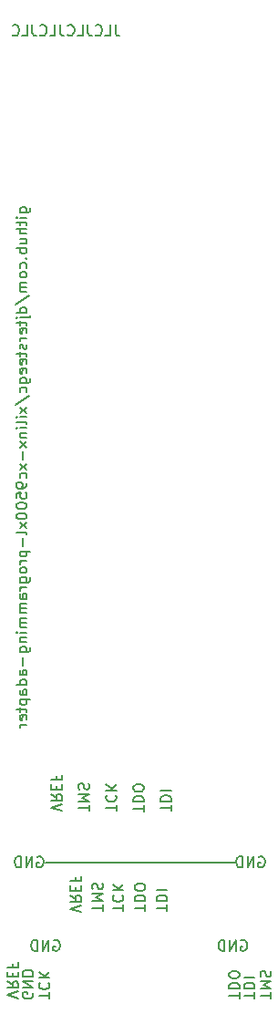
<source format=gbr>
%TF.GenerationSoftware,KiCad,Pcbnew,7.0.11*%
%TF.CreationDate,2024-03-10T23:57:51-05:00*%
%TF.ProjectId,XGECU-QFP44-Adapter,58474543-552d-4514-9650-34342d416461,rev?*%
%TF.SameCoordinates,Original*%
%TF.FileFunction,Legend,Bot*%
%TF.FilePolarity,Positive*%
%FSLAX46Y46*%
G04 Gerber Fmt 4.6, Leading zero omitted, Abs format (unit mm)*
G04 Created by KiCad (PCBNEW 7.0.11) date 2024-03-10 23:57:51*
%MOMM*%
%LPD*%
G01*
G04 APERTURE LIST*
%ADD10C,0.150000*%
%ADD11C,0.200000*%
G04 APERTURE END LIST*
D10*
X135038180Y-129854077D02*
X135038180Y-129282649D01*
X134038180Y-129568363D02*
X135038180Y-129568363D01*
X134133419Y-128377887D02*
X134085800Y-128425506D01*
X134085800Y-128425506D02*
X134038180Y-128568363D01*
X134038180Y-128568363D02*
X134038180Y-128663601D01*
X134038180Y-128663601D02*
X134085800Y-128806458D01*
X134085800Y-128806458D02*
X134181038Y-128901696D01*
X134181038Y-128901696D02*
X134276276Y-128949315D01*
X134276276Y-128949315D02*
X134466752Y-128996934D01*
X134466752Y-128996934D02*
X134609609Y-128996934D01*
X134609609Y-128996934D02*
X134800085Y-128949315D01*
X134800085Y-128949315D02*
X134895323Y-128901696D01*
X134895323Y-128901696D02*
X134990561Y-128806458D01*
X134990561Y-128806458D02*
X135038180Y-128663601D01*
X135038180Y-128663601D02*
X135038180Y-128568363D01*
X135038180Y-128568363D02*
X134990561Y-128425506D01*
X134990561Y-128425506D02*
X134942942Y-128377887D01*
X134038180Y-127949315D02*
X135038180Y-127949315D01*
X134038180Y-127377887D02*
X134609609Y-127806458D01*
X135038180Y-127377887D02*
X134466752Y-127949315D01*
X128397000Y-134620000D02*
X146050000Y-134620000D01*
X132498180Y-129854077D02*
X132498180Y-129282649D01*
X131498180Y-129568363D02*
X132498180Y-129568363D01*
X131498180Y-128949315D02*
X132498180Y-128949315D01*
X132498180Y-128949315D02*
X131783895Y-128615982D01*
X131783895Y-128615982D02*
X132498180Y-128282649D01*
X132498180Y-128282649D02*
X131498180Y-128282649D01*
X131545800Y-127854077D02*
X131498180Y-127711220D01*
X131498180Y-127711220D02*
X131498180Y-127473125D01*
X131498180Y-127473125D02*
X131545800Y-127377887D01*
X131545800Y-127377887D02*
X131593419Y-127330268D01*
X131593419Y-127330268D02*
X131688657Y-127282649D01*
X131688657Y-127282649D02*
X131783895Y-127282649D01*
X131783895Y-127282649D02*
X131879133Y-127330268D01*
X131879133Y-127330268D02*
X131926752Y-127377887D01*
X131926752Y-127377887D02*
X131974371Y-127473125D01*
X131974371Y-127473125D02*
X132021990Y-127663601D01*
X132021990Y-127663601D02*
X132069609Y-127758839D01*
X132069609Y-127758839D02*
X132117228Y-127806458D01*
X132117228Y-127806458D02*
X132212466Y-127854077D01*
X132212466Y-127854077D02*
X132307704Y-127854077D01*
X132307704Y-127854077D02*
X132402942Y-127806458D01*
X132402942Y-127806458D02*
X132450561Y-127758839D01*
X132450561Y-127758839D02*
X132498180Y-127663601D01*
X132498180Y-127663601D02*
X132498180Y-127425506D01*
X132498180Y-127425506D02*
X132450561Y-127282649D01*
X129958180Y-129854077D02*
X128958180Y-129520744D01*
X128958180Y-129520744D02*
X129958180Y-129187411D01*
X128958180Y-128282649D02*
X129434371Y-128615982D01*
X128958180Y-128854077D02*
X129958180Y-128854077D01*
X129958180Y-128854077D02*
X129958180Y-128473125D01*
X129958180Y-128473125D02*
X129910561Y-128377887D01*
X129910561Y-128377887D02*
X129862942Y-128330268D01*
X129862942Y-128330268D02*
X129767704Y-128282649D01*
X129767704Y-128282649D02*
X129624847Y-128282649D01*
X129624847Y-128282649D02*
X129529609Y-128330268D01*
X129529609Y-128330268D02*
X129481990Y-128377887D01*
X129481990Y-128377887D02*
X129434371Y-128473125D01*
X129434371Y-128473125D02*
X129434371Y-128854077D01*
X129481990Y-127854077D02*
X129481990Y-127520744D01*
X128958180Y-127377887D02*
X128958180Y-127854077D01*
X128958180Y-127854077D02*
X129958180Y-127854077D01*
X129958180Y-127854077D02*
X129958180Y-127377887D01*
X129481990Y-126615982D02*
X129481990Y-126949315D01*
X128958180Y-126949315D02*
X129958180Y-126949315D01*
X129958180Y-126949315D02*
X129958180Y-126473125D01*
X134921048Y-56858819D02*
X134921048Y-57573104D01*
X134921048Y-57573104D02*
X134968667Y-57715961D01*
X134968667Y-57715961D02*
X135063905Y-57811200D01*
X135063905Y-57811200D02*
X135206762Y-57858819D01*
X135206762Y-57858819D02*
X135302000Y-57858819D01*
X133968667Y-57858819D02*
X134444857Y-57858819D01*
X134444857Y-57858819D02*
X134444857Y-56858819D01*
X133063905Y-57763580D02*
X133111524Y-57811200D01*
X133111524Y-57811200D02*
X133254381Y-57858819D01*
X133254381Y-57858819D02*
X133349619Y-57858819D01*
X133349619Y-57858819D02*
X133492476Y-57811200D01*
X133492476Y-57811200D02*
X133587714Y-57715961D01*
X133587714Y-57715961D02*
X133635333Y-57620723D01*
X133635333Y-57620723D02*
X133682952Y-57430247D01*
X133682952Y-57430247D02*
X133682952Y-57287390D01*
X133682952Y-57287390D02*
X133635333Y-57096914D01*
X133635333Y-57096914D02*
X133587714Y-57001676D01*
X133587714Y-57001676D02*
X133492476Y-56906438D01*
X133492476Y-56906438D02*
X133349619Y-56858819D01*
X133349619Y-56858819D02*
X133254381Y-56858819D01*
X133254381Y-56858819D02*
X133111524Y-56906438D01*
X133111524Y-56906438D02*
X133063905Y-56954057D01*
X132349619Y-56858819D02*
X132349619Y-57573104D01*
X132349619Y-57573104D02*
X132397238Y-57715961D01*
X132397238Y-57715961D02*
X132492476Y-57811200D01*
X132492476Y-57811200D02*
X132635333Y-57858819D01*
X132635333Y-57858819D02*
X132730571Y-57858819D01*
X131397238Y-57858819D02*
X131873428Y-57858819D01*
X131873428Y-57858819D02*
X131873428Y-56858819D01*
X130492476Y-57763580D02*
X130540095Y-57811200D01*
X130540095Y-57811200D02*
X130682952Y-57858819D01*
X130682952Y-57858819D02*
X130778190Y-57858819D01*
X130778190Y-57858819D02*
X130921047Y-57811200D01*
X130921047Y-57811200D02*
X131016285Y-57715961D01*
X131016285Y-57715961D02*
X131063904Y-57620723D01*
X131063904Y-57620723D02*
X131111523Y-57430247D01*
X131111523Y-57430247D02*
X131111523Y-57287390D01*
X131111523Y-57287390D02*
X131063904Y-57096914D01*
X131063904Y-57096914D02*
X131016285Y-57001676D01*
X131016285Y-57001676D02*
X130921047Y-56906438D01*
X130921047Y-56906438D02*
X130778190Y-56858819D01*
X130778190Y-56858819D02*
X130682952Y-56858819D01*
X130682952Y-56858819D02*
X130540095Y-56906438D01*
X130540095Y-56906438D02*
X130492476Y-56954057D01*
X129778190Y-56858819D02*
X129778190Y-57573104D01*
X129778190Y-57573104D02*
X129825809Y-57715961D01*
X129825809Y-57715961D02*
X129921047Y-57811200D01*
X129921047Y-57811200D02*
X130063904Y-57858819D01*
X130063904Y-57858819D02*
X130159142Y-57858819D01*
X128825809Y-57858819D02*
X129301999Y-57858819D01*
X129301999Y-57858819D02*
X129301999Y-56858819D01*
X127921047Y-57763580D02*
X127968666Y-57811200D01*
X127968666Y-57811200D02*
X128111523Y-57858819D01*
X128111523Y-57858819D02*
X128206761Y-57858819D01*
X128206761Y-57858819D02*
X128349618Y-57811200D01*
X128349618Y-57811200D02*
X128444856Y-57715961D01*
X128444856Y-57715961D02*
X128492475Y-57620723D01*
X128492475Y-57620723D02*
X128540094Y-57430247D01*
X128540094Y-57430247D02*
X128540094Y-57287390D01*
X128540094Y-57287390D02*
X128492475Y-57096914D01*
X128492475Y-57096914D02*
X128444856Y-57001676D01*
X128444856Y-57001676D02*
X128349618Y-56906438D01*
X128349618Y-56906438D02*
X128206761Y-56858819D01*
X128206761Y-56858819D02*
X128111523Y-56858819D01*
X128111523Y-56858819D02*
X127968666Y-56906438D01*
X127968666Y-56906438D02*
X127921047Y-56954057D01*
X127206761Y-56858819D02*
X127206761Y-57573104D01*
X127206761Y-57573104D02*
X127254380Y-57715961D01*
X127254380Y-57715961D02*
X127349618Y-57811200D01*
X127349618Y-57811200D02*
X127492475Y-57858819D01*
X127492475Y-57858819D02*
X127587713Y-57858819D01*
X126254380Y-57858819D02*
X126730570Y-57858819D01*
X126730570Y-57858819D02*
X126730570Y-56858819D01*
X125349618Y-57763580D02*
X125397237Y-57811200D01*
X125397237Y-57811200D02*
X125540094Y-57858819D01*
X125540094Y-57858819D02*
X125635332Y-57858819D01*
X125635332Y-57858819D02*
X125778189Y-57811200D01*
X125778189Y-57811200D02*
X125873427Y-57715961D01*
X125873427Y-57715961D02*
X125921046Y-57620723D01*
X125921046Y-57620723D02*
X125968665Y-57430247D01*
X125968665Y-57430247D02*
X125968665Y-57287390D01*
X125968665Y-57287390D02*
X125921046Y-57096914D01*
X125921046Y-57096914D02*
X125873427Y-57001676D01*
X125873427Y-57001676D02*
X125778189Y-56906438D01*
X125778189Y-56906438D02*
X125635332Y-56858819D01*
X125635332Y-56858819D02*
X125540094Y-56858819D01*
X125540094Y-56858819D02*
X125397237Y-56906438D01*
X125397237Y-56906438D02*
X125349618Y-56954057D01*
X128815180Y-147253077D02*
X128815180Y-146681649D01*
X127815180Y-146967363D02*
X128815180Y-146967363D01*
X127910419Y-145776887D02*
X127862800Y-145824506D01*
X127862800Y-145824506D02*
X127815180Y-145967363D01*
X127815180Y-145967363D02*
X127815180Y-146062601D01*
X127815180Y-146062601D02*
X127862800Y-146205458D01*
X127862800Y-146205458D02*
X127958038Y-146300696D01*
X127958038Y-146300696D02*
X128053276Y-146348315D01*
X128053276Y-146348315D02*
X128243752Y-146395934D01*
X128243752Y-146395934D02*
X128386609Y-146395934D01*
X128386609Y-146395934D02*
X128577085Y-146348315D01*
X128577085Y-146348315D02*
X128672323Y-146300696D01*
X128672323Y-146300696D02*
X128767561Y-146205458D01*
X128767561Y-146205458D02*
X128815180Y-146062601D01*
X128815180Y-146062601D02*
X128815180Y-145967363D01*
X128815180Y-145967363D02*
X128767561Y-145824506D01*
X128767561Y-145824506D02*
X128719942Y-145776887D01*
X127815180Y-145348315D02*
X128815180Y-145348315D01*
X127815180Y-144776887D02*
X128386609Y-145205458D01*
X128815180Y-144776887D02*
X128243752Y-145348315D01*
X131736180Y-139252077D02*
X130736180Y-138918744D01*
X130736180Y-138918744D02*
X131736180Y-138585411D01*
X130736180Y-137680649D02*
X131212371Y-138013982D01*
X130736180Y-138252077D02*
X131736180Y-138252077D01*
X131736180Y-138252077D02*
X131736180Y-137871125D01*
X131736180Y-137871125D02*
X131688561Y-137775887D01*
X131688561Y-137775887D02*
X131640942Y-137728268D01*
X131640942Y-137728268D02*
X131545704Y-137680649D01*
X131545704Y-137680649D02*
X131402847Y-137680649D01*
X131402847Y-137680649D02*
X131307609Y-137728268D01*
X131307609Y-137728268D02*
X131259990Y-137775887D01*
X131259990Y-137775887D02*
X131212371Y-137871125D01*
X131212371Y-137871125D02*
X131212371Y-138252077D01*
X131259990Y-137252077D02*
X131259990Y-136918744D01*
X130736180Y-136775887D02*
X130736180Y-137252077D01*
X130736180Y-137252077D02*
X131736180Y-137252077D01*
X131736180Y-137252077D02*
X131736180Y-136775887D01*
X131259990Y-136013982D02*
X131259990Y-136347315D01*
X130736180Y-136347315D02*
X131736180Y-136347315D01*
X131736180Y-136347315D02*
X131736180Y-135871125D01*
X135673180Y-139125077D02*
X135673180Y-138553649D01*
X134673180Y-138839363D02*
X135673180Y-138839363D01*
X134768419Y-137648887D02*
X134720800Y-137696506D01*
X134720800Y-137696506D02*
X134673180Y-137839363D01*
X134673180Y-137839363D02*
X134673180Y-137934601D01*
X134673180Y-137934601D02*
X134720800Y-138077458D01*
X134720800Y-138077458D02*
X134816038Y-138172696D01*
X134816038Y-138172696D02*
X134911276Y-138220315D01*
X134911276Y-138220315D02*
X135101752Y-138267934D01*
X135101752Y-138267934D02*
X135244609Y-138267934D01*
X135244609Y-138267934D02*
X135435085Y-138220315D01*
X135435085Y-138220315D02*
X135530323Y-138172696D01*
X135530323Y-138172696D02*
X135625561Y-138077458D01*
X135625561Y-138077458D02*
X135673180Y-137934601D01*
X135673180Y-137934601D02*
X135673180Y-137839363D01*
X135673180Y-137839363D02*
X135625561Y-137696506D01*
X135625561Y-137696506D02*
X135577942Y-137648887D01*
X134673180Y-137220315D02*
X135673180Y-137220315D01*
X134673180Y-136648887D02*
X135244609Y-137077458D01*
X135673180Y-136648887D02*
X135101752Y-137220315D01*
X137705180Y-139125077D02*
X137705180Y-138553649D01*
X136705180Y-138839363D02*
X137705180Y-138839363D01*
X136705180Y-138220315D02*
X137705180Y-138220315D01*
X137705180Y-138220315D02*
X137705180Y-137982220D01*
X137705180Y-137982220D02*
X137657561Y-137839363D01*
X137657561Y-137839363D02*
X137562323Y-137744125D01*
X137562323Y-137744125D02*
X137467085Y-137696506D01*
X137467085Y-137696506D02*
X137276609Y-137648887D01*
X137276609Y-137648887D02*
X137133752Y-137648887D01*
X137133752Y-137648887D02*
X136943276Y-137696506D01*
X136943276Y-137696506D02*
X136848038Y-137744125D01*
X136848038Y-137744125D02*
X136752800Y-137839363D01*
X136752800Y-137839363D02*
X136705180Y-137982220D01*
X136705180Y-137982220D02*
X136705180Y-138220315D01*
X137705180Y-137029839D02*
X137705180Y-136839363D01*
X137705180Y-136839363D02*
X137657561Y-136744125D01*
X137657561Y-136744125D02*
X137562323Y-136648887D01*
X137562323Y-136648887D02*
X137371847Y-136601268D01*
X137371847Y-136601268D02*
X137038514Y-136601268D01*
X137038514Y-136601268D02*
X136848038Y-136648887D01*
X136848038Y-136648887D02*
X136752800Y-136744125D01*
X136752800Y-136744125D02*
X136705180Y-136839363D01*
X136705180Y-136839363D02*
X136705180Y-137029839D01*
X136705180Y-137029839D02*
X136752800Y-137125077D01*
X136752800Y-137125077D02*
X136848038Y-137220315D01*
X136848038Y-137220315D02*
X137038514Y-137267934D01*
X137038514Y-137267934D02*
X137371847Y-137267934D01*
X137371847Y-137267934D02*
X137562323Y-137220315D01*
X137562323Y-137220315D02*
X137657561Y-137125077D01*
X137657561Y-137125077D02*
X137705180Y-137029839D01*
X129187411Y-141869438D02*
X129282649Y-141821819D01*
X129282649Y-141821819D02*
X129425506Y-141821819D01*
X129425506Y-141821819D02*
X129568363Y-141869438D01*
X129568363Y-141869438D02*
X129663601Y-141964676D01*
X129663601Y-141964676D02*
X129711220Y-142059914D01*
X129711220Y-142059914D02*
X129758839Y-142250390D01*
X129758839Y-142250390D02*
X129758839Y-142393247D01*
X129758839Y-142393247D02*
X129711220Y-142583723D01*
X129711220Y-142583723D02*
X129663601Y-142678961D01*
X129663601Y-142678961D02*
X129568363Y-142774200D01*
X129568363Y-142774200D02*
X129425506Y-142821819D01*
X129425506Y-142821819D02*
X129330268Y-142821819D01*
X129330268Y-142821819D02*
X129187411Y-142774200D01*
X129187411Y-142774200D02*
X129139792Y-142726580D01*
X129139792Y-142726580D02*
X129139792Y-142393247D01*
X129139792Y-142393247D02*
X129330268Y-142393247D01*
X128711220Y-142821819D02*
X128711220Y-141821819D01*
X128711220Y-141821819D02*
X128139792Y-142821819D01*
X128139792Y-142821819D02*
X128139792Y-141821819D01*
X127663601Y-142821819D02*
X127663601Y-141821819D01*
X127663601Y-141821819D02*
X127425506Y-141821819D01*
X127425506Y-141821819D02*
X127282649Y-141869438D01*
X127282649Y-141869438D02*
X127187411Y-141964676D01*
X127187411Y-141964676D02*
X127139792Y-142059914D01*
X127139792Y-142059914D02*
X127092173Y-142250390D01*
X127092173Y-142250390D02*
X127092173Y-142393247D01*
X127092173Y-142393247D02*
X127139792Y-142583723D01*
X127139792Y-142583723D02*
X127187411Y-142678961D01*
X127187411Y-142678961D02*
X127282649Y-142774200D01*
X127282649Y-142774200D02*
X127425506Y-142821819D01*
X127425506Y-142821819D02*
X127663601Y-142821819D01*
X127663411Y-134122438D02*
X127758649Y-134074819D01*
X127758649Y-134074819D02*
X127901506Y-134074819D01*
X127901506Y-134074819D02*
X128044363Y-134122438D01*
X128044363Y-134122438D02*
X128139601Y-134217676D01*
X128139601Y-134217676D02*
X128187220Y-134312914D01*
X128187220Y-134312914D02*
X128234839Y-134503390D01*
X128234839Y-134503390D02*
X128234839Y-134646247D01*
X128234839Y-134646247D02*
X128187220Y-134836723D01*
X128187220Y-134836723D02*
X128139601Y-134931961D01*
X128139601Y-134931961D02*
X128044363Y-135027200D01*
X128044363Y-135027200D02*
X127901506Y-135074819D01*
X127901506Y-135074819D02*
X127806268Y-135074819D01*
X127806268Y-135074819D02*
X127663411Y-135027200D01*
X127663411Y-135027200D02*
X127615792Y-134979580D01*
X127615792Y-134979580D02*
X127615792Y-134646247D01*
X127615792Y-134646247D02*
X127806268Y-134646247D01*
X127187220Y-135074819D02*
X127187220Y-134074819D01*
X127187220Y-134074819D02*
X126615792Y-135074819D01*
X126615792Y-135074819D02*
X126615792Y-134074819D01*
X126139601Y-135074819D02*
X126139601Y-134074819D01*
X126139601Y-134074819D02*
X125901506Y-134074819D01*
X125901506Y-134074819D02*
X125758649Y-134122438D01*
X125758649Y-134122438D02*
X125663411Y-134217676D01*
X125663411Y-134217676D02*
X125615792Y-134312914D01*
X125615792Y-134312914D02*
X125568173Y-134503390D01*
X125568173Y-134503390D02*
X125568173Y-134646247D01*
X125568173Y-134646247D02*
X125615792Y-134836723D01*
X125615792Y-134836723D02*
X125663411Y-134931961D01*
X125663411Y-134931961D02*
X125758649Y-135027200D01*
X125758649Y-135027200D02*
X125901506Y-135074819D01*
X125901506Y-135074819D02*
X126139601Y-135074819D01*
X137578180Y-129906077D02*
X137578180Y-129334649D01*
X136578180Y-129620363D02*
X137578180Y-129620363D01*
X136578180Y-129001315D02*
X137578180Y-129001315D01*
X137578180Y-129001315D02*
X137578180Y-128763220D01*
X137578180Y-128763220D02*
X137530561Y-128620363D01*
X137530561Y-128620363D02*
X137435323Y-128525125D01*
X137435323Y-128525125D02*
X137340085Y-128477506D01*
X137340085Y-128477506D02*
X137149609Y-128429887D01*
X137149609Y-128429887D02*
X137006752Y-128429887D01*
X137006752Y-128429887D02*
X136816276Y-128477506D01*
X136816276Y-128477506D02*
X136721038Y-128525125D01*
X136721038Y-128525125D02*
X136625800Y-128620363D01*
X136625800Y-128620363D02*
X136578180Y-128763220D01*
X136578180Y-128763220D02*
X136578180Y-129001315D01*
X137578180Y-127810839D02*
X137578180Y-127620363D01*
X137578180Y-127620363D02*
X137530561Y-127525125D01*
X137530561Y-127525125D02*
X137435323Y-127429887D01*
X137435323Y-127429887D02*
X137244847Y-127382268D01*
X137244847Y-127382268D02*
X136911514Y-127382268D01*
X136911514Y-127382268D02*
X136721038Y-127429887D01*
X136721038Y-127429887D02*
X136625800Y-127525125D01*
X136625800Y-127525125D02*
X136578180Y-127620363D01*
X136578180Y-127620363D02*
X136578180Y-127810839D01*
X136578180Y-127810839D02*
X136625800Y-127906077D01*
X136625800Y-127906077D02*
X136721038Y-128001315D01*
X136721038Y-128001315D02*
X136911514Y-128048934D01*
X136911514Y-128048934D02*
X137244847Y-128048934D01*
X137244847Y-128048934D02*
X137435323Y-128001315D01*
X137435323Y-128001315D02*
X137530561Y-127906077D01*
X137530561Y-127906077D02*
X137578180Y-127810839D01*
X140118180Y-129854077D02*
X140118180Y-129282649D01*
X139118180Y-129568363D02*
X140118180Y-129568363D01*
X139118180Y-128949315D02*
X140118180Y-128949315D01*
X140118180Y-128949315D02*
X140118180Y-128711220D01*
X140118180Y-128711220D02*
X140070561Y-128568363D01*
X140070561Y-128568363D02*
X139975323Y-128473125D01*
X139975323Y-128473125D02*
X139880085Y-128425506D01*
X139880085Y-128425506D02*
X139689609Y-128377887D01*
X139689609Y-128377887D02*
X139546752Y-128377887D01*
X139546752Y-128377887D02*
X139356276Y-128425506D01*
X139356276Y-128425506D02*
X139261038Y-128473125D01*
X139261038Y-128473125D02*
X139165800Y-128568363D01*
X139165800Y-128568363D02*
X139118180Y-128711220D01*
X139118180Y-128711220D02*
X139118180Y-128949315D01*
X139118180Y-127949315D02*
X140118180Y-127949315D01*
X125894180Y-147253077D02*
X124894180Y-146919744D01*
X124894180Y-146919744D02*
X125894180Y-146586411D01*
X124894180Y-145681649D02*
X125370371Y-146014982D01*
X124894180Y-146253077D02*
X125894180Y-146253077D01*
X125894180Y-146253077D02*
X125894180Y-145872125D01*
X125894180Y-145872125D02*
X125846561Y-145776887D01*
X125846561Y-145776887D02*
X125798942Y-145729268D01*
X125798942Y-145729268D02*
X125703704Y-145681649D01*
X125703704Y-145681649D02*
X125560847Y-145681649D01*
X125560847Y-145681649D02*
X125465609Y-145729268D01*
X125465609Y-145729268D02*
X125417990Y-145776887D01*
X125417990Y-145776887D02*
X125370371Y-145872125D01*
X125370371Y-145872125D02*
X125370371Y-146253077D01*
X125417990Y-145253077D02*
X125417990Y-144919744D01*
X124894180Y-144776887D02*
X124894180Y-145253077D01*
X124894180Y-145253077D02*
X125894180Y-145253077D01*
X125894180Y-145253077D02*
X125894180Y-144776887D01*
X125417990Y-144014982D02*
X125417990Y-144348315D01*
X124894180Y-144348315D02*
X125894180Y-144348315D01*
X125894180Y-144348315D02*
X125894180Y-143872125D01*
X133768180Y-139125077D02*
X133768180Y-138553649D01*
X132768180Y-138839363D02*
X133768180Y-138839363D01*
X132768180Y-138220315D02*
X133768180Y-138220315D01*
X133768180Y-138220315D02*
X133053895Y-137886982D01*
X133053895Y-137886982D02*
X133768180Y-137553649D01*
X133768180Y-137553649D02*
X132768180Y-137553649D01*
X132815800Y-137125077D02*
X132768180Y-136982220D01*
X132768180Y-136982220D02*
X132768180Y-136744125D01*
X132768180Y-136744125D02*
X132815800Y-136648887D01*
X132815800Y-136648887D02*
X132863419Y-136601268D01*
X132863419Y-136601268D02*
X132958657Y-136553649D01*
X132958657Y-136553649D02*
X133053895Y-136553649D01*
X133053895Y-136553649D02*
X133149133Y-136601268D01*
X133149133Y-136601268D02*
X133196752Y-136648887D01*
X133196752Y-136648887D02*
X133244371Y-136744125D01*
X133244371Y-136744125D02*
X133291990Y-136934601D01*
X133291990Y-136934601D02*
X133339609Y-137029839D01*
X133339609Y-137029839D02*
X133387228Y-137077458D01*
X133387228Y-137077458D02*
X133482466Y-137125077D01*
X133482466Y-137125077D02*
X133577704Y-137125077D01*
X133577704Y-137125077D02*
X133672942Y-137077458D01*
X133672942Y-137077458D02*
X133720561Y-137029839D01*
X133720561Y-137029839D02*
X133768180Y-136934601D01*
X133768180Y-136934601D02*
X133768180Y-136696506D01*
X133768180Y-136696506D02*
X133720561Y-136553649D01*
X146586411Y-141869438D02*
X146681649Y-141821819D01*
X146681649Y-141821819D02*
X146824506Y-141821819D01*
X146824506Y-141821819D02*
X146967363Y-141869438D01*
X146967363Y-141869438D02*
X147062601Y-141964676D01*
X147062601Y-141964676D02*
X147110220Y-142059914D01*
X147110220Y-142059914D02*
X147157839Y-142250390D01*
X147157839Y-142250390D02*
X147157839Y-142393247D01*
X147157839Y-142393247D02*
X147110220Y-142583723D01*
X147110220Y-142583723D02*
X147062601Y-142678961D01*
X147062601Y-142678961D02*
X146967363Y-142774200D01*
X146967363Y-142774200D02*
X146824506Y-142821819D01*
X146824506Y-142821819D02*
X146729268Y-142821819D01*
X146729268Y-142821819D02*
X146586411Y-142774200D01*
X146586411Y-142774200D02*
X146538792Y-142726580D01*
X146538792Y-142726580D02*
X146538792Y-142393247D01*
X146538792Y-142393247D02*
X146729268Y-142393247D01*
X146110220Y-142821819D02*
X146110220Y-141821819D01*
X146110220Y-141821819D02*
X145538792Y-142821819D01*
X145538792Y-142821819D02*
X145538792Y-141821819D01*
X145062601Y-142821819D02*
X145062601Y-141821819D01*
X145062601Y-141821819D02*
X144824506Y-141821819D01*
X144824506Y-141821819D02*
X144681649Y-141869438D01*
X144681649Y-141869438D02*
X144586411Y-141964676D01*
X144586411Y-141964676D02*
X144538792Y-142059914D01*
X144538792Y-142059914D02*
X144491173Y-142250390D01*
X144491173Y-142250390D02*
X144491173Y-142393247D01*
X144491173Y-142393247D02*
X144538792Y-142583723D01*
X144538792Y-142583723D02*
X144586411Y-142678961D01*
X144586411Y-142678961D02*
X144681649Y-142774200D01*
X144681649Y-142774200D02*
X144824506Y-142821819D01*
X144824506Y-142821819D02*
X145062601Y-142821819D01*
D11*
X126023552Y-74274141D02*
X126833076Y-74274141D01*
X126833076Y-74274141D02*
X126928314Y-74226522D01*
X126928314Y-74226522D02*
X126975933Y-74178903D01*
X126975933Y-74178903D02*
X127023552Y-74083665D01*
X127023552Y-74083665D02*
X127023552Y-73940808D01*
X127023552Y-73940808D02*
X126975933Y-73845570D01*
X126642600Y-74274141D02*
X126690219Y-74178903D01*
X126690219Y-74178903D02*
X126690219Y-73988427D01*
X126690219Y-73988427D02*
X126642600Y-73893189D01*
X126642600Y-73893189D02*
X126594980Y-73845570D01*
X126594980Y-73845570D02*
X126499742Y-73797951D01*
X126499742Y-73797951D02*
X126214028Y-73797951D01*
X126214028Y-73797951D02*
X126118790Y-73845570D01*
X126118790Y-73845570D02*
X126071171Y-73893189D01*
X126071171Y-73893189D02*
X126023552Y-73988427D01*
X126023552Y-73988427D02*
X126023552Y-74178903D01*
X126023552Y-74178903D02*
X126071171Y-74274141D01*
X126690219Y-74750332D02*
X126023552Y-74750332D01*
X125690219Y-74750332D02*
X125737838Y-74702713D01*
X125737838Y-74702713D02*
X125785457Y-74750332D01*
X125785457Y-74750332D02*
X125737838Y-74797951D01*
X125737838Y-74797951D02*
X125690219Y-74750332D01*
X125690219Y-74750332D02*
X125785457Y-74750332D01*
X126023552Y-75083665D02*
X126023552Y-75464617D01*
X125690219Y-75226522D02*
X126547361Y-75226522D01*
X126547361Y-75226522D02*
X126642600Y-75274141D01*
X126642600Y-75274141D02*
X126690219Y-75369379D01*
X126690219Y-75369379D02*
X126690219Y-75464617D01*
X126690219Y-75797951D02*
X125690219Y-75797951D01*
X126690219Y-76226522D02*
X126166409Y-76226522D01*
X126166409Y-76226522D02*
X126071171Y-76178903D01*
X126071171Y-76178903D02*
X126023552Y-76083665D01*
X126023552Y-76083665D02*
X126023552Y-75940808D01*
X126023552Y-75940808D02*
X126071171Y-75845570D01*
X126071171Y-75845570D02*
X126118790Y-75797951D01*
X126023552Y-77131284D02*
X126690219Y-77131284D01*
X126023552Y-76702713D02*
X126547361Y-76702713D01*
X126547361Y-76702713D02*
X126642600Y-76750332D01*
X126642600Y-76750332D02*
X126690219Y-76845570D01*
X126690219Y-76845570D02*
X126690219Y-76988427D01*
X126690219Y-76988427D02*
X126642600Y-77083665D01*
X126642600Y-77083665D02*
X126594980Y-77131284D01*
X126690219Y-77607475D02*
X125690219Y-77607475D01*
X126071171Y-77607475D02*
X126023552Y-77702713D01*
X126023552Y-77702713D02*
X126023552Y-77893189D01*
X126023552Y-77893189D02*
X126071171Y-77988427D01*
X126071171Y-77988427D02*
X126118790Y-78036046D01*
X126118790Y-78036046D02*
X126214028Y-78083665D01*
X126214028Y-78083665D02*
X126499742Y-78083665D01*
X126499742Y-78083665D02*
X126594980Y-78036046D01*
X126594980Y-78036046D02*
X126642600Y-77988427D01*
X126642600Y-77988427D02*
X126690219Y-77893189D01*
X126690219Y-77893189D02*
X126690219Y-77702713D01*
X126690219Y-77702713D02*
X126642600Y-77607475D01*
X126594980Y-78512237D02*
X126642600Y-78559856D01*
X126642600Y-78559856D02*
X126690219Y-78512237D01*
X126690219Y-78512237D02*
X126642600Y-78464618D01*
X126642600Y-78464618D02*
X126594980Y-78512237D01*
X126594980Y-78512237D02*
X126690219Y-78512237D01*
X126642600Y-79416998D02*
X126690219Y-79321760D01*
X126690219Y-79321760D02*
X126690219Y-79131284D01*
X126690219Y-79131284D02*
X126642600Y-79036046D01*
X126642600Y-79036046D02*
X126594980Y-78988427D01*
X126594980Y-78988427D02*
X126499742Y-78940808D01*
X126499742Y-78940808D02*
X126214028Y-78940808D01*
X126214028Y-78940808D02*
X126118790Y-78988427D01*
X126118790Y-78988427D02*
X126071171Y-79036046D01*
X126071171Y-79036046D02*
X126023552Y-79131284D01*
X126023552Y-79131284D02*
X126023552Y-79321760D01*
X126023552Y-79321760D02*
X126071171Y-79416998D01*
X126690219Y-79988427D02*
X126642600Y-79893189D01*
X126642600Y-79893189D02*
X126594980Y-79845570D01*
X126594980Y-79845570D02*
X126499742Y-79797951D01*
X126499742Y-79797951D02*
X126214028Y-79797951D01*
X126214028Y-79797951D02*
X126118790Y-79845570D01*
X126118790Y-79845570D02*
X126071171Y-79893189D01*
X126071171Y-79893189D02*
X126023552Y-79988427D01*
X126023552Y-79988427D02*
X126023552Y-80131284D01*
X126023552Y-80131284D02*
X126071171Y-80226522D01*
X126071171Y-80226522D02*
X126118790Y-80274141D01*
X126118790Y-80274141D02*
X126214028Y-80321760D01*
X126214028Y-80321760D02*
X126499742Y-80321760D01*
X126499742Y-80321760D02*
X126594980Y-80274141D01*
X126594980Y-80274141D02*
X126642600Y-80226522D01*
X126642600Y-80226522D02*
X126690219Y-80131284D01*
X126690219Y-80131284D02*
X126690219Y-79988427D01*
X126690219Y-80750332D02*
X126023552Y-80750332D01*
X126118790Y-80750332D02*
X126071171Y-80797951D01*
X126071171Y-80797951D02*
X126023552Y-80893189D01*
X126023552Y-80893189D02*
X126023552Y-81036046D01*
X126023552Y-81036046D02*
X126071171Y-81131284D01*
X126071171Y-81131284D02*
X126166409Y-81178903D01*
X126166409Y-81178903D02*
X126690219Y-81178903D01*
X126166409Y-81178903D02*
X126071171Y-81226522D01*
X126071171Y-81226522D02*
X126023552Y-81321760D01*
X126023552Y-81321760D02*
X126023552Y-81464617D01*
X126023552Y-81464617D02*
X126071171Y-81559856D01*
X126071171Y-81559856D02*
X126166409Y-81607475D01*
X126166409Y-81607475D02*
X126690219Y-81607475D01*
X125642600Y-82797950D02*
X126928314Y-81940808D01*
X126690219Y-83559855D02*
X125690219Y-83559855D01*
X126642600Y-83559855D02*
X126690219Y-83464617D01*
X126690219Y-83464617D02*
X126690219Y-83274141D01*
X126690219Y-83274141D02*
X126642600Y-83178903D01*
X126642600Y-83178903D02*
X126594980Y-83131284D01*
X126594980Y-83131284D02*
X126499742Y-83083665D01*
X126499742Y-83083665D02*
X126214028Y-83083665D01*
X126214028Y-83083665D02*
X126118790Y-83131284D01*
X126118790Y-83131284D02*
X126071171Y-83178903D01*
X126071171Y-83178903D02*
X126023552Y-83274141D01*
X126023552Y-83274141D02*
X126023552Y-83464617D01*
X126023552Y-83464617D02*
X126071171Y-83559855D01*
X126023552Y-84036046D02*
X126880695Y-84036046D01*
X126880695Y-84036046D02*
X126975933Y-83988427D01*
X126975933Y-83988427D02*
X127023552Y-83893189D01*
X127023552Y-83893189D02*
X127023552Y-83845570D01*
X125690219Y-84036046D02*
X125737838Y-83988427D01*
X125737838Y-83988427D02*
X125785457Y-84036046D01*
X125785457Y-84036046D02*
X125737838Y-84083665D01*
X125737838Y-84083665D02*
X125690219Y-84036046D01*
X125690219Y-84036046D02*
X125785457Y-84036046D01*
X126023552Y-84369379D02*
X126023552Y-84750331D01*
X125690219Y-84512236D02*
X126547361Y-84512236D01*
X126547361Y-84512236D02*
X126642600Y-84559855D01*
X126642600Y-84559855D02*
X126690219Y-84655093D01*
X126690219Y-84655093D02*
X126690219Y-84750331D01*
X126642600Y-85464617D02*
X126690219Y-85369379D01*
X126690219Y-85369379D02*
X126690219Y-85178903D01*
X126690219Y-85178903D02*
X126642600Y-85083665D01*
X126642600Y-85083665D02*
X126547361Y-85036046D01*
X126547361Y-85036046D02*
X126166409Y-85036046D01*
X126166409Y-85036046D02*
X126071171Y-85083665D01*
X126071171Y-85083665D02*
X126023552Y-85178903D01*
X126023552Y-85178903D02*
X126023552Y-85369379D01*
X126023552Y-85369379D02*
X126071171Y-85464617D01*
X126071171Y-85464617D02*
X126166409Y-85512236D01*
X126166409Y-85512236D02*
X126261647Y-85512236D01*
X126261647Y-85512236D02*
X126356885Y-85036046D01*
X126690219Y-85940808D02*
X126023552Y-85940808D01*
X126214028Y-85940808D02*
X126118790Y-85988427D01*
X126118790Y-85988427D02*
X126071171Y-86036046D01*
X126071171Y-86036046D02*
X126023552Y-86131284D01*
X126023552Y-86131284D02*
X126023552Y-86226522D01*
X126642600Y-86512237D02*
X126690219Y-86607475D01*
X126690219Y-86607475D02*
X126690219Y-86797951D01*
X126690219Y-86797951D02*
X126642600Y-86893189D01*
X126642600Y-86893189D02*
X126547361Y-86940808D01*
X126547361Y-86940808D02*
X126499742Y-86940808D01*
X126499742Y-86940808D02*
X126404504Y-86893189D01*
X126404504Y-86893189D02*
X126356885Y-86797951D01*
X126356885Y-86797951D02*
X126356885Y-86655094D01*
X126356885Y-86655094D02*
X126309266Y-86559856D01*
X126309266Y-86559856D02*
X126214028Y-86512237D01*
X126214028Y-86512237D02*
X126166409Y-86512237D01*
X126166409Y-86512237D02*
X126071171Y-86559856D01*
X126071171Y-86559856D02*
X126023552Y-86655094D01*
X126023552Y-86655094D02*
X126023552Y-86797951D01*
X126023552Y-86797951D02*
X126071171Y-86893189D01*
X126023552Y-87226523D02*
X126023552Y-87607475D01*
X125690219Y-87369380D02*
X126547361Y-87369380D01*
X126547361Y-87369380D02*
X126642600Y-87416999D01*
X126642600Y-87416999D02*
X126690219Y-87512237D01*
X126690219Y-87512237D02*
X126690219Y-87607475D01*
X126642600Y-88321761D02*
X126690219Y-88226523D01*
X126690219Y-88226523D02*
X126690219Y-88036047D01*
X126690219Y-88036047D02*
X126642600Y-87940809D01*
X126642600Y-87940809D02*
X126547361Y-87893190D01*
X126547361Y-87893190D02*
X126166409Y-87893190D01*
X126166409Y-87893190D02*
X126071171Y-87940809D01*
X126071171Y-87940809D02*
X126023552Y-88036047D01*
X126023552Y-88036047D02*
X126023552Y-88226523D01*
X126023552Y-88226523D02*
X126071171Y-88321761D01*
X126071171Y-88321761D02*
X126166409Y-88369380D01*
X126166409Y-88369380D02*
X126261647Y-88369380D01*
X126261647Y-88369380D02*
X126356885Y-87893190D01*
X126642600Y-89178904D02*
X126690219Y-89083666D01*
X126690219Y-89083666D02*
X126690219Y-88893190D01*
X126690219Y-88893190D02*
X126642600Y-88797952D01*
X126642600Y-88797952D02*
X126547361Y-88750333D01*
X126547361Y-88750333D02*
X126166409Y-88750333D01*
X126166409Y-88750333D02*
X126071171Y-88797952D01*
X126071171Y-88797952D02*
X126023552Y-88893190D01*
X126023552Y-88893190D02*
X126023552Y-89083666D01*
X126023552Y-89083666D02*
X126071171Y-89178904D01*
X126071171Y-89178904D02*
X126166409Y-89226523D01*
X126166409Y-89226523D02*
X126261647Y-89226523D01*
X126261647Y-89226523D02*
X126356885Y-88750333D01*
X126023552Y-90083666D02*
X126833076Y-90083666D01*
X126833076Y-90083666D02*
X126928314Y-90036047D01*
X126928314Y-90036047D02*
X126975933Y-89988428D01*
X126975933Y-89988428D02*
X127023552Y-89893190D01*
X127023552Y-89893190D02*
X127023552Y-89750333D01*
X127023552Y-89750333D02*
X126975933Y-89655095D01*
X126642600Y-90083666D02*
X126690219Y-89988428D01*
X126690219Y-89988428D02*
X126690219Y-89797952D01*
X126690219Y-89797952D02*
X126642600Y-89702714D01*
X126642600Y-89702714D02*
X126594980Y-89655095D01*
X126594980Y-89655095D02*
X126499742Y-89607476D01*
X126499742Y-89607476D02*
X126214028Y-89607476D01*
X126214028Y-89607476D02*
X126118790Y-89655095D01*
X126118790Y-89655095D02*
X126071171Y-89702714D01*
X126071171Y-89702714D02*
X126023552Y-89797952D01*
X126023552Y-89797952D02*
X126023552Y-89988428D01*
X126023552Y-89988428D02*
X126071171Y-90083666D01*
X126642600Y-90988428D02*
X126690219Y-90893190D01*
X126690219Y-90893190D02*
X126690219Y-90702714D01*
X126690219Y-90702714D02*
X126642600Y-90607476D01*
X126642600Y-90607476D02*
X126594980Y-90559857D01*
X126594980Y-90559857D02*
X126499742Y-90512238D01*
X126499742Y-90512238D02*
X126214028Y-90512238D01*
X126214028Y-90512238D02*
X126118790Y-90559857D01*
X126118790Y-90559857D02*
X126071171Y-90607476D01*
X126071171Y-90607476D02*
X126023552Y-90702714D01*
X126023552Y-90702714D02*
X126023552Y-90893190D01*
X126023552Y-90893190D02*
X126071171Y-90988428D01*
X125642600Y-92131285D02*
X126928314Y-91274143D01*
X126690219Y-92369381D02*
X126023552Y-92893190D01*
X126023552Y-92369381D02*
X126690219Y-92893190D01*
X126690219Y-93274143D02*
X126023552Y-93274143D01*
X125690219Y-93274143D02*
X125737838Y-93226524D01*
X125737838Y-93226524D02*
X125785457Y-93274143D01*
X125785457Y-93274143D02*
X125737838Y-93321762D01*
X125737838Y-93321762D02*
X125690219Y-93274143D01*
X125690219Y-93274143D02*
X125785457Y-93274143D01*
X126690219Y-93893190D02*
X126642600Y-93797952D01*
X126642600Y-93797952D02*
X126547361Y-93750333D01*
X126547361Y-93750333D02*
X125690219Y-93750333D01*
X126690219Y-94274143D02*
X126023552Y-94274143D01*
X125690219Y-94274143D02*
X125737838Y-94226524D01*
X125737838Y-94226524D02*
X125785457Y-94274143D01*
X125785457Y-94274143D02*
X125737838Y-94321762D01*
X125737838Y-94321762D02*
X125690219Y-94274143D01*
X125690219Y-94274143D02*
X125785457Y-94274143D01*
X126023552Y-94750333D02*
X126690219Y-94750333D01*
X126118790Y-94750333D02*
X126071171Y-94797952D01*
X126071171Y-94797952D02*
X126023552Y-94893190D01*
X126023552Y-94893190D02*
X126023552Y-95036047D01*
X126023552Y-95036047D02*
X126071171Y-95131285D01*
X126071171Y-95131285D02*
X126166409Y-95178904D01*
X126166409Y-95178904D02*
X126690219Y-95178904D01*
X126690219Y-95559857D02*
X126023552Y-96083666D01*
X126023552Y-95559857D02*
X126690219Y-96083666D01*
X126309266Y-96464619D02*
X126309266Y-97226524D01*
X126690219Y-97607476D02*
X126023552Y-98131285D01*
X126023552Y-97607476D02*
X126690219Y-98131285D01*
X126642600Y-98940809D02*
X126690219Y-98845571D01*
X126690219Y-98845571D02*
X126690219Y-98655095D01*
X126690219Y-98655095D02*
X126642600Y-98559857D01*
X126642600Y-98559857D02*
X126594980Y-98512238D01*
X126594980Y-98512238D02*
X126499742Y-98464619D01*
X126499742Y-98464619D02*
X126214028Y-98464619D01*
X126214028Y-98464619D02*
X126118790Y-98512238D01*
X126118790Y-98512238D02*
X126071171Y-98559857D01*
X126071171Y-98559857D02*
X126023552Y-98655095D01*
X126023552Y-98655095D02*
X126023552Y-98845571D01*
X126023552Y-98845571D02*
X126071171Y-98940809D01*
X126690219Y-99417000D02*
X126690219Y-99607476D01*
X126690219Y-99607476D02*
X126642600Y-99702714D01*
X126642600Y-99702714D02*
X126594980Y-99750333D01*
X126594980Y-99750333D02*
X126452123Y-99845571D01*
X126452123Y-99845571D02*
X126261647Y-99893190D01*
X126261647Y-99893190D02*
X125880695Y-99893190D01*
X125880695Y-99893190D02*
X125785457Y-99845571D01*
X125785457Y-99845571D02*
X125737838Y-99797952D01*
X125737838Y-99797952D02*
X125690219Y-99702714D01*
X125690219Y-99702714D02*
X125690219Y-99512238D01*
X125690219Y-99512238D02*
X125737838Y-99417000D01*
X125737838Y-99417000D02*
X125785457Y-99369381D01*
X125785457Y-99369381D02*
X125880695Y-99321762D01*
X125880695Y-99321762D02*
X126118790Y-99321762D01*
X126118790Y-99321762D02*
X126214028Y-99369381D01*
X126214028Y-99369381D02*
X126261647Y-99417000D01*
X126261647Y-99417000D02*
X126309266Y-99512238D01*
X126309266Y-99512238D02*
X126309266Y-99702714D01*
X126309266Y-99702714D02*
X126261647Y-99797952D01*
X126261647Y-99797952D02*
X126214028Y-99845571D01*
X126214028Y-99845571D02*
X126118790Y-99893190D01*
X125690219Y-100797952D02*
X125690219Y-100321762D01*
X125690219Y-100321762D02*
X126166409Y-100274143D01*
X126166409Y-100274143D02*
X126118790Y-100321762D01*
X126118790Y-100321762D02*
X126071171Y-100417000D01*
X126071171Y-100417000D02*
X126071171Y-100655095D01*
X126071171Y-100655095D02*
X126118790Y-100750333D01*
X126118790Y-100750333D02*
X126166409Y-100797952D01*
X126166409Y-100797952D02*
X126261647Y-100845571D01*
X126261647Y-100845571D02*
X126499742Y-100845571D01*
X126499742Y-100845571D02*
X126594980Y-100797952D01*
X126594980Y-100797952D02*
X126642600Y-100750333D01*
X126642600Y-100750333D02*
X126690219Y-100655095D01*
X126690219Y-100655095D02*
X126690219Y-100417000D01*
X126690219Y-100417000D02*
X126642600Y-100321762D01*
X126642600Y-100321762D02*
X126594980Y-100274143D01*
X125690219Y-101464619D02*
X125690219Y-101559857D01*
X125690219Y-101559857D02*
X125737838Y-101655095D01*
X125737838Y-101655095D02*
X125785457Y-101702714D01*
X125785457Y-101702714D02*
X125880695Y-101750333D01*
X125880695Y-101750333D02*
X126071171Y-101797952D01*
X126071171Y-101797952D02*
X126309266Y-101797952D01*
X126309266Y-101797952D02*
X126499742Y-101750333D01*
X126499742Y-101750333D02*
X126594980Y-101702714D01*
X126594980Y-101702714D02*
X126642600Y-101655095D01*
X126642600Y-101655095D02*
X126690219Y-101559857D01*
X126690219Y-101559857D02*
X126690219Y-101464619D01*
X126690219Y-101464619D02*
X126642600Y-101369381D01*
X126642600Y-101369381D02*
X126594980Y-101321762D01*
X126594980Y-101321762D02*
X126499742Y-101274143D01*
X126499742Y-101274143D02*
X126309266Y-101226524D01*
X126309266Y-101226524D02*
X126071171Y-101226524D01*
X126071171Y-101226524D02*
X125880695Y-101274143D01*
X125880695Y-101274143D02*
X125785457Y-101321762D01*
X125785457Y-101321762D02*
X125737838Y-101369381D01*
X125737838Y-101369381D02*
X125690219Y-101464619D01*
X125690219Y-102417000D02*
X125690219Y-102512238D01*
X125690219Y-102512238D02*
X125737838Y-102607476D01*
X125737838Y-102607476D02*
X125785457Y-102655095D01*
X125785457Y-102655095D02*
X125880695Y-102702714D01*
X125880695Y-102702714D02*
X126071171Y-102750333D01*
X126071171Y-102750333D02*
X126309266Y-102750333D01*
X126309266Y-102750333D02*
X126499742Y-102702714D01*
X126499742Y-102702714D02*
X126594980Y-102655095D01*
X126594980Y-102655095D02*
X126642600Y-102607476D01*
X126642600Y-102607476D02*
X126690219Y-102512238D01*
X126690219Y-102512238D02*
X126690219Y-102417000D01*
X126690219Y-102417000D02*
X126642600Y-102321762D01*
X126642600Y-102321762D02*
X126594980Y-102274143D01*
X126594980Y-102274143D02*
X126499742Y-102226524D01*
X126499742Y-102226524D02*
X126309266Y-102178905D01*
X126309266Y-102178905D02*
X126071171Y-102178905D01*
X126071171Y-102178905D02*
X125880695Y-102226524D01*
X125880695Y-102226524D02*
X125785457Y-102274143D01*
X125785457Y-102274143D02*
X125737838Y-102321762D01*
X125737838Y-102321762D02*
X125690219Y-102417000D01*
X126690219Y-103083667D02*
X126023552Y-103607476D01*
X126023552Y-103083667D02*
X126690219Y-103607476D01*
X126690219Y-104131286D02*
X126642600Y-104036048D01*
X126642600Y-104036048D02*
X126547361Y-103988429D01*
X126547361Y-103988429D02*
X125690219Y-103988429D01*
X126309266Y-104512239D02*
X126309266Y-105274144D01*
X126023552Y-105750334D02*
X127023552Y-105750334D01*
X126071171Y-105750334D02*
X126023552Y-105845572D01*
X126023552Y-105845572D02*
X126023552Y-106036048D01*
X126023552Y-106036048D02*
X126071171Y-106131286D01*
X126071171Y-106131286D02*
X126118790Y-106178905D01*
X126118790Y-106178905D02*
X126214028Y-106226524D01*
X126214028Y-106226524D02*
X126499742Y-106226524D01*
X126499742Y-106226524D02*
X126594980Y-106178905D01*
X126594980Y-106178905D02*
X126642600Y-106131286D01*
X126642600Y-106131286D02*
X126690219Y-106036048D01*
X126690219Y-106036048D02*
X126690219Y-105845572D01*
X126690219Y-105845572D02*
X126642600Y-105750334D01*
X126690219Y-106655096D02*
X126023552Y-106655096D01*
X126214028Y-106655096D02*
X126118790Y-106702715D01*
X126118790Y-106702715D02*
X126071171Y-106750334D01*
X126071171Y-106750334D02*
X126023552Y-106845572D01*
X126023552Y-106845572D02*
X126023552Y-106940810D01*
X126690219Y-107417001D02*
X126642600Y-107321763D01*
X126642600Y-107321763D02*
X126594980Y-107274144D01*
X126594980Y-107274144D02*
X126499742Y-107226525D01*
X126499742Y-107226525D02*
X126214028Y-107226525D01*
X126214028Y-107226525D02*
X126118790Y-107274144D01*
X126118790Y-107274144D02*
X126071171Y-107321763D01*
X126071171Y-107321763D02*
X126023552Y-107417001D01*
X126023552Y-107417001D02*
X126023552Y-107559858D01*
X126023552Y-107559858D02*
X126071171Y-107655096D01*
X126071171Y-107655096D02*
X126118790Y-107702715D01*
X126118790Y-107702715D02*
X126214028Y-107750334D01*
X126214028Y-107750334D02*
X126499742Y-107750334D01*
X126499742Y-107750334D02*
X126594980Y-107702715D01*
X126594980Y-107702715D02*
X126642600Y-107655096D01*
X126642600Y-107655096D02*
X126690219Y-107559858D01*
X126690219Y-107559858D02*
X126690219Y-107417001D01*
X126023552Y-108607477D02*
X126833076Y-108607477D01*
X126833076Y-108607477D02*
X126928314Y-108559858D01*
X126928314Y-108559858D02*
X126975933Y-108512239D01*
X126975933Y-108512239D02*
X127023552Y-108417001D01*
X127023552Y-108417001D02*
X127023552Y-108274144D01*
X127023552Y-108274144D02*
X126975933Y-108178906D01*
X126642600Y-108607477D02*
X126690219Y-108512239D01*
X126690219Y-108512239D02*
X126690219Y-108321763D01*
X126690219Y-108321763D02*
X126642600Y-108226525D01*
X126642600Y-108226525D02*
X126594980Y-108178906D01*
X126594980Y-108178906D02*
X126499742Y-108131287D01*
X126499742Y-108131287D02*
X126214028Y-108131287D01*
X126214028Y-108131287D02*
X126118790Y-108178906D01*
X126118790Y-108178906D02*
X126071171Y-108226525D01*
X126071171Y-108226525D02*
X126023552Y-108321763D01*
X126023552Y-108321763D02*
X126023552Y-108512239D01*
X126023552Y-108512239D02*
X126071171Y-108607477D01*
X126690219Y-109083668D02*
X126023552Y-109083668D01*
X126214028Y-109083668D02*
X126118790Y-109131287D01*
X126118790Y-109131287D02*
X126071171Y-109178906D01*
X126071171Y-109178906D02*
X126023552Y-109274144D01*
X126023552Y-109274144D02*
X126023552Y-109369382D01*
X126690219Y-110131287D02*
X126166409Y-110131287D01*
X126166409Y-110131287D02*
X126071171Y-110083668D01*
X126071171Y-110083668D02*
X126023552Y-109988430D01*
X126023552Y-109988430D02*
X126023552Y-109797954D01*
X126023552Y-109797954D02*
X126071171Y-109702716D01*
X126642600Y-110131287D02*
X126690219Y-110036049D01*
X126690219Y-110036049D02*
X126690219Y-109797954D01*
X126690219Y-109797954D02*
X126642600Y-109702716D01*
X126642600Y-109702716D02*
X126547361Y-109655097D01*
X126547361Y-109655097D02*
X126452123Y-109655097D01*
X126452123Y-109655097D02*
X126356885Y-109702716D01*
X126356885Y-109702716D02*
X126309266Y-109797954D01*
X126309266Y-109797954D02*
X126309266Y-110036049D01*
X126309266Y-110036049D02*
X126261647Y-110131287D01*
X126690219Y-110607478D02*
X126023552Y-110607478D01*
X126118790Y-110607478D02*
X126071171Y-110655097D01*
X126071171Y-110655097D02*
X126023552Y-110750335D01*
X126023552Y-110750335D02*
X126023552Y-110893192D01*
X126023552Y-110893192D02*
X126071171Y-110988430D01*
X126071171Y-110988430D02*
X126166409Y-111036049D01*
X126166409Y-111036049D02*
X126690219Y-111036049D01*
X126166409Y-111036049D02*
X126071171Y-111083668D01*
X126071171Y-111083668D02*
X126023552Y-111178906D01*
X126023552Y-111178906D02*
X126023552Y-111321763D01*
X126023552Y-111321763D02*
X126071171Y-111417002D01*
X126071171Y-111417002D02*
X126166409Y-111464621D01*
X126166409Y-111464621D02*
X126690219Y-111464621D01*
X126690219Y-111940811D02*
X126023552Y-111940811D01*
X126118790Y-111940811D02*
X126071171Y-111988430D01*
X126071171Y-111988430D02*
X126023552Y-112083668D01*
X126023552Y-112083668D02*
X126023552Y-112226525D01*
X126023552Y-112226525D02*
X126071171Y-112321763D01*
X126071171Y-112321763D02*
X126166409Y-112369382D01*
X126166409Y-112369382D02*
X126690219Y-112369382D01*
X126166409Y-112369382D02*
X126071171Y-112417001D01*
X126071171Y-112417001D02*
X126023552Y-112512239D01*
X126023552Y-112512239D02*
X126023552Y-112655096D01*
X126023552Y-112655096D02*
X126071171Y-112750335D01*
X126071171Y-112750335D02*
X126166409Y-112797954D01*
X126166409Y-112797954D02*
X126690219Y-112797954D01*
X126690219Y-113274144D02*
X126023552Y-113274144D01*
X125690219Y-113274144D02*
X125737838Y-113226525D01*
X125737838Y-113226525D02*
X125785457Y-113274144D01*
X125785457Y-113274144D02*
X125737838Y-113321763D01*
X125737838Y-113321763D02*
X125690219Y-113274144D01*
X125690219Y-113274144D02*
X125785457Y-113274144D01*
X126023552Y-113750334D02*
X126690219Y-113750334D01*
X126118790Y-113750334D02*
X126071171Y-113797953D01*
X126071171Y-113797953D02*
X126023552Y-113893191D01*
X126023552Y-113893191D02*
X126023552Y-114036048D01*
X126023552Y-114036048D02*
X126071171Y-114131286D01*
X126071171Y-114131286D02*
X126166409Y-114178905D01*
X126166409Y-114178905D02*
X126690219Y-114178905D01*
X126023552Y-115083667D02*
X126833076Y-115083667D01*
X126833076Y-115083667D02*
X126928314Y-115036048D01*
X126928314Y-115036048D02*
X126975933Y-114988429D01*
X126975933Y-114988429D02*
X127023552Y-114893191D01*
X127023552Y-114893191D02*
X127023552Y-114750334D01*
X127023552Y-114750334D02*
X126975933Y-114655096D01*
X126642600Y-115083667D02*
X126690219Y-114988429D01*
X126690219Y-114988429D02*
X126690219Y-114797953D01*
X126690219Y-114797953D02*
X126642600Y-114702715D01*
X126642600Y-114702715D02*
X126594980Y-114655096D01*
X126594980Y-114655096D02*
X126499742Y-114607477D01*
X126499742Y-114607477D02*
X126214028Y-114607477D01*
X126214028Y-114607477D02*
X126118790Y-114655096D01*
X126118790Y-114655096D02*
X126071171Y-114702715D01*
X126071171Y-114702715D02*
X126023552Y-114797953D01*
X126023552Y-114797953D02*
X126023552Y-114988429D01*
X126023552Y-114988429D02*
X126071171Y-115083667D01*
X126309266Y-115559858D02*
X126309266Y-116321763D01*
X126690219Y-117226524D02*
X126166409Y-117226524D01*
X126166409Y-117226524D02*
X126071171Y-117178905D01*
X126071171Y-117178905D02*
X126023552Y-117083667D01*
X126023552Y-117083667D02*
X126023552Y-116893191D01*
X126023552Y-116893191D02*
X126071171Y-116797953D01*
X126642600Y-117226524D02*
X126690219Y-117131286D01*
X126690219Y-117131286D02*
X126690219Y-116893191D01*
X126690219Y-116893191D02*
X126642600Y-116797953D01*
X126642600Y-116797953D02*
X126547361Y-116750334D01*
X126547361Y-116750334D02*
X126452123Y-116750334D01*
X126452123Y-116750334D02*
X126356885Y-116797953D01*
X126356885Y-116797953D02*
X126309266Y-116893191D01*
X126309266Y-116893191D02*
X126309266Y-117131286D01*
X126309266Y-117131286D02*
X126261647Y-117226524D01*
X126690219Y-118131286D02*
X125690219Y-118131286D01*
X126642600Y-118131286D02*
X126690219Y-118036048D01*
X126690219Y-118036048D02*
X126690219Y-117845572D01*
X126690219Y-117845572D02*
X126642600Y-117750334D01*
X126642600Y-117750334D02*
X126594980Y-117702715D01*
X126594980Y-117702715D02*
X126499742Y-117655096D01*
X126499742Y-117655096D02*
X126214028Y-117655096D01*
X126214028Y-117655096D02*
X126118790Y-117702715D01*
X126118790Y-117702715D02*
X126071171Y-117750334D01*
X126071171Y-117750334D02*
X126023552Y-117845572D01*
X126023552Y-117845572D02*
X126023552Y-118036048D01*
X126023552Y-118036048D02*
X126071171Y-118131286D01*
X126690219Y-119036048D02*
X126166409Y-119036048D01*
X126166409Y-119036048D02*
X126071171Y-118988429D01*
X126071171Y-118988429D02*
X126023552Y-118893191D01*
X126023552Y-118893191D02*
X126023552Y-118702715D01*
X126023552Y-118702715D02*
X126071171Y-118607477D01*
X126642600Y-119036048D02*
X126690219Y-118940810D01*
X126690219Y-118940810D02*
X126690219Y-118702715D01*
X126690219Y-118702715D02*
X126642600Y-118607477D01*
X126642600Y-118607477D02*
X126547361Y-118559858D01*
X126547361Y-118559858D02*
X126452123Y-118559858D01*
X126452123Y-118559858D02*
X126356885Y-118607477D01*
X126356885Y-118607477D02*
X126309266Y-118702715D01*
X126309266Y-118702715D02*
X126309266Y-118940810D01*
X126309266Y-118940810D02*
X126261647Y-119036048D01*
X126023552Y-119512239D02*
X127023552Y-119512239D01*
X126071171Y-119512239D02*
X126023552Y-119607477D01*
X126023552Y-119607477D02*
X126023552Y-119797953D01*
X126023552Y-119797953D02*
X126071171Y-119893191D01*
X126071171Y-119893191D02*
X126118790Y-119940810D01*
X126118790Y-119940810D02*
X126214028Y-119988429D01*
X126214028Y-119988429D02*
X126499742Y-119988429D01*
X126499742Y-119988429D02*
X126594980Y-119940810D01*
X126594980Y-119940810D02*
X126642600Y-119893191D01*
X126642600Y-119893191D02*
X126690219Y-119797953D01*
X126690219Y-119797953D02*
X126690219Y-119607477D01*
X126690219Y-119607477D02*
X126642600Y-119512239D01*
X126023552Y-120274144D02*
X126023552Y-120655096D01*
X125690219Y-120417001D02*
X126547361Y-120417001D01*
X126547361Y-120417001D02*
X126642600Y-120464620D01*
X126642600Y-120464620D02*
X126690219Y-120559858D01*
X126690219Y-120559858D02*
X126690219Y-120655096D01*
X126642600Y-121369382D02*
X126690219Y-121274144D01*
X126690219Y-121274144D02*
X126690219Y-121083668D01*
X126690219Y-121083668D02*
X126642600Y-120988430D01*
X126642600Y-120988430D02*
X126547361Y-120940811D01*
X126547361Y-120940811D02*
X126166409Y-120940811D01*
X126166409Y-120940811D02*
X126071171Y-120988430D01*
X126071171Y-120988430D02*
X126023552Y-121083668D01*
X126023552Y-121083668D02*
X126023552Y-121274144D01*
X126023552Y-121274144D02*
X126071171Y-121369382D01*
X126071171Y-121369382D02*
X126166409Y-121417001D01*
X126166409Y-121417001D02*
X126261647Y-121417001D01*
X126261647Y-121417001D02*
X126356885Y-120940811D01*
X126690219Y-121845573D02*
X126023552Y-121845573D01*
X126214028Y-121845573D02*
X126118790Y-121893192D01*
X126118790Y-121893192D02*
X126071171Y-121940811D01*
X126071171Y-121940811D02*
X126023552Y-122036049D01*
X126023552Y-122036049D02*
X126023552Y-122131287D01*
D10*
X146468180Y-147253077D02*
X146468180Y-146681649D01*
X145468180Y-146967363D02*
X146468180Y-146967363D01*
X145468180Y-146348315D02*
X146468180Y-146348315D01*
X146468180Y-146348315D02*
X146468180Y-146110220D01*
X146468180Y-146110220D02*
X146420561Y-145967363D01*
X146420561Y-145967363D02*
X146325323Y-145872125D01*
X146325323Y-145872125D02*
X146230085Y-145824506D01*
X146230085Y-145824506D02*
X146039609Y-145776887D01*
X146039609Y-145776887D02*
X145896752Y-145776887D01*
X145896752Y-145776887D02*
X145706276Y-145824506D01*
X145706276Y-145824506D02*
X145611038Y-145872125D01*
X145611038Y-145872125D02*
X145515800Y-145967363D01*
X145515800Y-145967363D02*
X145468180Y-146110220D01*
X145468180Y-146110220D02*
X145468180Y-146348315D01*
X146468180Y-145157839D02*
X146468180Y-144967363D01*
X146468180Y-144967363D02*
X146420561Y-144872125D01*
X146420561Y-144872125D02*
X146325323Y-144776887D01*
X146325323Y-144776887D02*
X146134847Y-144729268D01*
X146134847Y-144729268D02*
X145801514Y-144729268D01*
X145801514Y-144729268D02*
X145611038Y-144776887D01*
X145611038Y-144776887D02*
X145515800Y-144872125D01*
X145515800Y-144872125D02*
X145468180Y-144967363D01*
X145468180Y-144967363D02*
X145468180Y-145157839D01*
X145468180Y-145157839D02*
X145515800Y-145253077D01*
X145515800Y-145253077D02*
X145611038Y-145348315D01*
X145611038Y-145348315D02*
X145801514Y-145395934D01*
X145801514Y-145395934D02*
X146134847Y-145395934D01*
X146134847Y-145395934D02*
X146325323Y-145348315D01*
X146325323Y-145348315D02*
X146420561Y-145253077D01*
X146420561Y-145253077D02*
X146468180Y-145157839D01*
X148237411Y-134122438D02*
X148332649Y-134074819D01*
X148332649Y-134074819D02*
X148475506Y-134074819D01*
X148475506Y-134074819D02*
X148618363Y-134122438D01*
X148618363Y-134122438D02*
X148713601Y-134217676D01*
X148713601Y-134217676D02*
X148761220Y-134312914D01*
X148761220Y-134312914D02*
X148808839Y-134503390D01*
X148808839Y-134503390D02*
X148808839Y-134646247D01*
X148808839Y-134646247D02*
X148761220Y-134836723D01*
X148761220Y-134836723D02*
X148713601Y-134931961D01*
X148713601Y-134931961D02*
X148618363Y-135027200D01*
X148618363Y-135027200D02*
X148475506Y-135074819D01*
X148475506Y-135074819D02*
X148380268Y-135074819D01*
X148380268Y-135074819D02*
X148237411Y-135027200D01*
X148237411Y-135027200D02*
X148189792Y-134979580D01*
X148189792Y-134979580D02*
X148189792Y-134646247D01*
X148189792Y-134646247D02*
X148380268Y-134646247D01*
X147761220Y-135074819D02*
X147761220Y-134074819D01*
X147761220Y-134074819D02*
X147189792Y-135074819D01*
X147189792Y-135074819D02*
X147189792Y-134074819D01*
X146713601Y-135074819D02*
X146713601Y-134074819D01*
X146713601Y-134074819D02*
X146475506Y-134074819D01*
X146475506Y-134074819D02*
X146332649Y-134122438D01*
X146332649Y-134122438D02*
X146237411Y-134217676D01*
X146237411Y-134217676D02*
X146189792Y-134312914D01*
X146189792Y-134312914D02*
X146142173Y-134503390D01*
X146142173Y-134503390D02*
X146142173Y-134646247D01*
X146142173Y-134646247D02*
X146189792Y-134836723D01*
X146189792Y-134836723D02*
X146237411Y-134931961D01*
X146237411Y-134931961D02*
X146332649Y-135027200D01*
X146332649Y-135027200D02*
X146475506Y-135074819D01*
X146475506Y-135074819D02*
X146713601Y-135074819D01*
X127243561Y-146713411D02*
X127291180Y-146808649D01*
X127291180Y-146808649D02*
X127291180Y-146951506D01*
X127291180Y-146951506D02*
X127243561Y-147094363D01*
X127243561Y-147094363D02*
X127148323Y-147189601D01*
X127148323Y-147189601D02*
X127053085Y-147237220D01*
X127053085Y-147237220D02*
X126862609Y-147284839D01*
X126862609Y-147284839D02*
X126719752Y-147284839D01*
X126719752Y-147284839D02*
X126529276Y-147237220D01*
X126529276Y-147237220D02*
X126434038Y-147189601D01*
X126434038Y-147189601D02*
X126338800Y-147094363D01*
X126338800Y-147094363D02*
X126291180Y-146951506D01*
X126291180Y-146951506D02*
X126291180Y-146856268D01*
X126291180Y-146856268D02*
X126338800Y-146713411D01*
X126338800Y-146713411D02*
X126386419Y-146665792D01*
X126386419Y-146665792D02*
X126719752Y-146665792D01*
X126719752Y-146665792D02*
X126719752Y-146856268D01*
X126291180Y-146237220D02*
X127291180Y-146237220D01*
X127291180Y-146237220D02*
X126291180Y-145665792D01*
X126291180Y-145665792D02*
X127291180Y-145665792D01*
X126291180Y-145189601D02*
X127291180Y-145189601D01*
X127291180Y-145189601D02*
X127291180Y-144951506D01*
X127291180Y-144951506D02*
X127243561Y-144808649D01*
X127243561Y-144808649D02*
X127148323Y-144713411D01*
X127148323Y-144713411D02*
X127053085Y-144665792D01*
X127053085Y-144665792D02*
X126862609Y-144618173D01*
X126862609Y-144618173D02*
X126719752Y-144618173D01*
X126719752Y-144618173D02*
X126529276Y-144665792D01*
X126529276Y-144665792D02*
X126434038Y-144713411D01*
X126434038Y-144713411D02*
X126338800Y-144808649D01*
X126338800Y-144808649D02*
X126291180Y-144951506D01*
X126291180Y-144951506D02*
X126291180Y-145189601D01*
X139737180Y-139125077D02*
X139737180Y-138553649D01*
X138737180Y-138839363D02*
X139737180Y-138839363D01*
X138737180Y-138220315D02*
X139737180Y-138220315D01*
X139737180Y-138220315D02*
X139737180Y-137982220D01*
X139737180Y-137982220D02*
X139689561Y-137839363D01*
X139689561Y-137839363D02*
X139594323Y-137744125D01*
X139594323Y-137744125D02*
X139499085Y-137696506D01*
X139499085Y-137696506D02*
X139308609Y-137648887D01*
X139308609Y-137648887D02*
X139165752Y-137648887D01*
X139165752Y-137648887D02*
X138975276Y-137696506D01*
X138975276Y-137696506D02*
X138880038Y-137744125D01*
X138880038Y-137744125D02*
X138784800Y-137839363D01*
X138784800Y-137839363D02*
X138737180Y-137982220D01*
X138737180Y-137982220D02*
X138737180Y-138220315D01*
X138737180Y-137220315D02*
X139737180Y-137220315D01*
X147865180Y-147253077D02*
X147865180Y-146681649D01*
X146865180Y-146967363D02*
X147865180Y-146967363D01*
X146865180Y-146348315D02*
X147865180Y-146348315D01*
X147865180Y-146348315D02*
X147865180Y-146110220D01*
X147865180Y-146110220D02*
X147817561Y-145967363D01*
X147817561Y-145967363D02*
X147722323Y-145872125D01*
X147722323Y-145872125D02*
X147627085Y-145824506D01*
X147627085Y-145824506D02*
X147436609Y-145776887D01*
X147436609Y-145776887D02*
X147293752Y-145776887D01*
X147293752Y-145776887D02*
X147103276Y-145824506D01*
X147103276Y-145824506D02*
X147008038Y-145872125D01*
X147008038Y-145872125D02*
X146912800Y-145967363D01*
X146912800Y-145967363D02*
X146865180Y-146110220D01*
X146865180Y-146110220D02*
X146865180Y-146348315D01*
X146865180Y-145348315D02*
X147865180Y-145348315D01*
X149389180Y-147253077D02*
X149389180Y-146681649D01*
X148389180Y-146967363D02*
X149389180Y-146967363D01*
X148389180Y-146348315D02*
X149389180Y-146348315D01*
X149389180Y-146348315D02*
X148674895Y-146014982D01*
X148674895Y-146014982D02*
X149389180Y-145681649D01*
X149389180Y-145681649D02*
X148389180Y-145681649D01*
X148436800Y-145253077D02*
X148389180Y-145110220D01*
X148389180Y-145110220D02*
X148389180Y-144872125D01*
X148389180Y-144872125D02*
X148436800Y-144776887D01*
X148436800Y-144776887D02*
X148484419Y-144729268D01*
X148484419Y-144729268D02*
X148579657Y-144681649D01*
X148579657Y-144681649D02*
X148674895Y-144681649D01*
X148674895Y-144681649D02*
X148770133Y-144729268D01*
X148770133Y-144729268D02*
X148817752Y-144776887D01*
X148817752Y-144776887D02*
X148865371Y-144872125D01*
X148865371Y-144872125D02*
X148912990Y-145062601D01*
X148912990Y-145062601D02*
X148960609Y-145157839D01*
X148960609Y-145157839D02*
X149008228Y-145205458D01*
X149008228Y-145205458D02*
X149103466Y-145253077D01*
X149103466Y-145253077D02*
X149198704Y-145253077D01*
X149198704Y-145253077D02*
X149293942Y-145205458D01*
X149293942Y-145205458D02*
X149341561Y-145157839D01*
X149341561Y-145157839D02*
X149389180Y-145062601D01*
X149389180Y-145062601D02*
X149389180Y-144824506D01*
X149389180Y-144824506D02*
X149341561Y-144681649D01*
M02*

</source>
